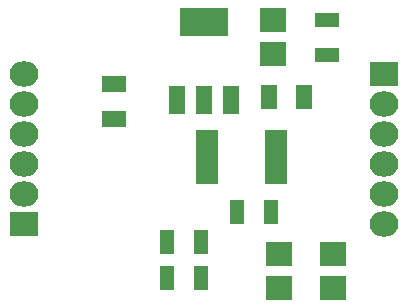
<source format=gbr>
G04 #@! TF.FileFunction,Soldermask,Top*
%FSLAX46Y46*%
G04 Gerber Fmt 4.6, Leading zero omitted, Abs format (unit mm)*
G04 Created by KiCad (PCBNEW 4.0.2-stable) date Sunday, 27 May 2018 'pmt' 21:04:44*
%MOMM*%
G01*
G04 APERTURE LIST*
%ADD10C,0.100000*%
%ADD11R,1.300000X2.100000*%
%ADD12R,2.000000X1.400000*%
%ADD13R,1.400000X2.000000*%
%ADD14R,4.057600X2.432000*%
%ADD15R,1.416000X2.432000*%
%ADD16R,2.432000X2.127200*%
%ADD17O,2.432000X2.127200*%
%ADD18R,2.200860X1.997660*%
%ADD19R,1.850000X0.750000*%
%ADD20R,2.100000X1.300000*%
G04 APERTURE END LIST*
D10*
D11*
X171704000Y-110744000D03*
X174604000Y-110744000D03*
D12*
X161290000Y-102870000D03*
X161290000Y-99870000D03*
D13*
X174395000Y-100965000D03*
X177395000Y-100965000D03*
D14*
X168910000Y-94615000D03*
D15*
X168910000Y-101219000D03*
X171196000Y-101219000D03*
X166624000Y-101219000D03*
D16*
X153670000Y-111760000D03*
D17*
X153670000Y-109220000D03*
X153670000Y-106680000D03*
X153670000Y-104140000D03*
X153670000Y-101600000D03*
X153670000Y-99060000D03*
D16*
X184150000Y-99060000D03*
D17*
X184150000Y-101600000D03*
X184150000Y-104140000D03*
X184150000Y-106680000D03*
X184150000Y-109220000D03*
X184150000Y-111760000D03*
D11*
X168656000Y-116332000D03*
X165756000Y-116332000D03*
X168656000Y-113284000D03*
X165756000Y-113284000D03*
D18*
X174752000Y-94488000D03*
X174752000Y-97327720D03*
X175260000Y-114300000D03*
X175260000Y-117139720D03*
X179832000Y-114300000D03*
X179832000Y-117139720D03*
D19*
X169135000Y-104095000D03*
X169135000Y-104745000D03*
X169135000Y-105395000D03*
X169135000Y-106045000D03*
X169135000Y-106695000D03*
X169135000Y-107345000D03*
X169135000Y-107995000D03*
X175035000Y-107995000D03*
X175035000Y-107345000D03*
X175035000Y-106695000D03*
X175035000Y-106045000D03*
X175035000Y-105395000D03*
X175035000Y-104745000D03*
X175035000Y-104095000D03*
D20*
X179324000Y-97388000D03*
X179324000Y-94488000D03*
M02*

</source>
